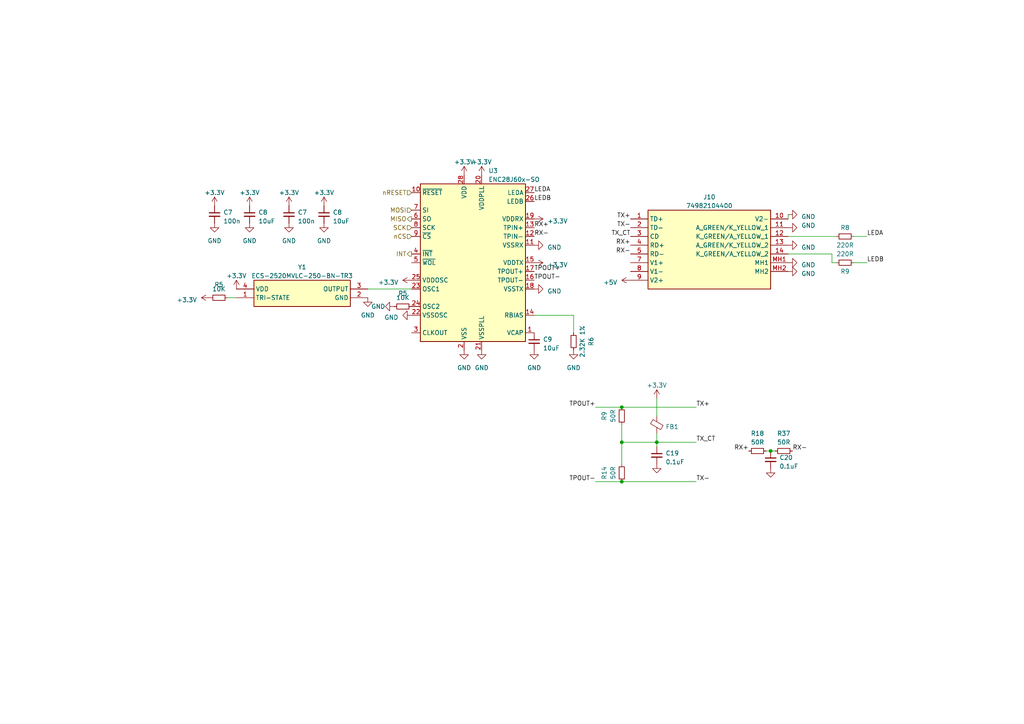
<source format=kicad_sch>
(kicad_sch (version 20230121) (generator eeschema)
  (paper "A4")
  (lib_symbols
    (symbol "Device:C_Small" (pin_numbers hide) (pin_names (offset 0.254) hide)
      (property "Reference" "C" (at 0.254 1.778 0))
      (property "Value" "C_Small" (at 0.254 -2.032 0))
      (symbol "C_Small_0_1"
        (polyline (pts (xy -1.524 -0.508) (xy 1.524 -0.508)) (stroke (width 0.3302)))
        (polyline (pts (xy -1.524 0.508) (xy 1.524 0.508)) (stroke (width 0.3048)))
      )
      (symbol "C_Small_1_1"
        (pin passive line (at 0 2.54 270) (length 2.032) (name "~") (number "1"))
        (pin passive line (at 0 -2.54 90) (length 2.032) (name "~") (number "2"))
      )
    )
    (symbol "Device:FerriteBead_Small" (pin_numbers hide) (pin_names (offset 0))
      (property "Reference" "FB" (at 1.905 1.27 0))
      (property "Value" "FerriteBead_Small" (at 1.905 -1.27 0))
      (symbol "FerriteBead_Small_0_1"
        (polyline (pts (xy 0 -1.27) (xy 0 -0.7874)))
        (polyline (pts (xy 0 0.889) (xy 0 1.2954)))
        (polyline (pts (xy -1.8288 0.2794) (xy -1.1176 1.4986) (xy 1.8288 -0.2032) (xy 1.1176 -1.4224) (xy -1.8288 0.2794)))
      )
      (symbol "FerriteBead_Small_1_1"
        (pin passive line (at 0 2.54 270) (length 1.27) (name "~") (number "1"))
        (pin passive line (at 0 -2.54 90) (length 1.27) (name "~") (number "2"))
      )
    )
    (symbol "Device:R_Small" (pin_numbers hide) (pin_names (offset 0.254) hide)
      (property "Reference" "R" (at 0.762 0.508 0))
      (property "Value" "R_Small" (at 0.762 -1.016 0))
      (symbol "R_Small_0_1"
        (rectangle (start -0.762 1.778) (end 0.762 -1.778) (stroke (width 0.2032)))
      )
      (symbol "R_Small_1_1"
        (pin passive line (at 0 2.54 270) (length 0.762) (name "~") (number "1"))
        (pin passive line (at 0 -2.54 90) (length 0.762) (name "~") (number "2"))
      )
    )
    (symbol "Interface_Ethernet:ENC28J60x-SO"
      (property "Reference" "U" (at -13.97 24.13 0))
      (property "Value" "ENC28J60x-SO" (at 5.08 24.13 0))
      (symbol "ENC28J60x-SO_0_1"
        (rectangle (start -15.24 22.86) (end 15.24 -22.86) (stroke (width 0.254)) (fill (type background)))
      )
      (symbol "ENC28J60x-SO_1_1"
        (pin input line (at 17.78 -20.32 180) (length 2.54) (name "VCAP") (number "1"))
        (pin input line (at -17.78 20.32 0) (length 2.54) (name "~{RESET}") (number "10"))
        (pin power_in line (at 17.78 5.08 180) (length 2.54) (name "VSSRX") (number "11"))
        (pin input line (at 17.78 7.62 180) (length 2.54) (name "TPIN-") (number "12"))
        (pin input line (at 17.78 10.16 180) (length 2.54) (name "TPIN+") (number "13"))
        (pin input line (at 17.78 -15.24 180) (length 2.54) (name "RBIAS") (number "14"))
        (pin power_in line (at 17.78 0 180) (length 2.54) (name "VDDTX") (number "15"))
        (pin output line (at 17.78 -5.08 180) (length 2.54) (name "TPOUT-") (number "16"))
        (pin output line (at 17.78 -2.54 180) (length 2.54) (name "TPOUT+") (number "17"))
        (pin power_in line (at 17.78 -7.62 180) (length 2.54) (name "VSSTX") (number "18"))
        (pin power_in line (at 17.78 12.7 180) (length 2.54) (name "VDDRX") (number "19"))
        (pin power_in line (at -2.54 -25.4 90) (length 2.54) (name "VSS") (number "2"))
        (pin power_in line (at 2.54 25.4 270) (length 2.54) (name "VDDPLL") (number "20"))
        (pin power_in line (at 2.54 -25.4 90) (length 2.54) (name "VSSPLL") (number "21"))
        (pin power_in line (at -17.78 -15.24 0) (length 2.54) (name "VSSOSC") (number "22"))
        (pin input line (at -17.78 -7.62 0) (length 2.54) (name "OSC1") (number "23"))
        (pin input line (at -17.78 -12.7 0) (length 2.54) (name "OSC2") (number "24"))
        (pin power_in line (at -17.78 -5.08 0) (length 2.54) (name "VDDOSC") (number "25"))
        (pin output line (at 17.78 17.78 180) (length 2.54) (name "LEDB") (number "26"))
        (pin output line (at 17.78 20.32 180) (length 2.54) (name "LEDA") (number "27"))
        (pin power_in line (at -2.54 25.4 270) (length 2.54) (name "VDD") (number "28"))
        (pin output line (at -17.78 -20.32 0) (length 2.54) (name "CLKOUT") (number "3"))
        (pin output line (at -17.78 2.54 0) (length 2.54) (name "~{INT}") (number "4"))
        (pin output line (at -17.78 0 0) (length 2.54) (name "~{WOL}") (number "5"))
        (pin output line (at -17.78 12.7 0) (length 2.54) (name "SO") (number "6"))
        (pin input line (at -17.78 15.24 0) (length 2.54) (name "SI") (number "7"))
        (pin input line (at -17.78 10.16 0) (length 2.54) (name "SCK") (number "8"))
        (pin input line (at -17.78 7.62 0) (length 2.54) (name "~{CS}") (number "9"))
      )
    )
    (symbol "SamacSys_Parts:74982104400"
      (property "Reference" "J" (at 41.91 7.62 0))
      (property "Value" "74982104400" (at 41.91 5.08 0))
      (symbol "74982104400_1_1"
        (rectangle (start 5.08 2.54) (end 40.64 -20.32) (stroke (width 0.254)) (fill (type background)))
        (pin passive line (at 0 0 0) (length 5.08) (name "TD+") (number "1"))
        (pin passive line (at 45.72 0 180) (length 5.08) (name "V2-") (number "10"))
        (pin passive line (at 45.72 -2.54 180) (length 5.08) (name "A_GREEN/K_YELLOW_1") (number "11"))
        (pin passive line (at 45.72 -5.08 180) (length 5.08) (name "K_GREEN/A_YELLOW_1") (number "12"))
        (pin passive line (at 45.72 -7.62 180) (length 5.08) (name "A_GREEN/K_YELLOW_2") (number "13"))
        (pin passive line (at 45.72 -10.16 180) (length 5.08) (name "K_GREEN/A_YELLOW_2") (number "14"))
        (pin passive line (at 0 -2.54 0) (length 5.08) (name "TD-") (number "2"))
        (pin passive line (at 0 -5.08 0) (length 5.08) (name "CD") (number "3"))
        (pin passive line (at 0 -7.62 0) (length 5.08) (name "RD+") (number "4"))
        (pin passive line (at 0 -10.16 0) (length 5.08) (name "RD-") (number "5"))
        (pin passive line (at 0 -12.7 0) (length 5.08) (name "V1+") (number "7"))
        (pin passive line (at 0 -15.24 0) (length 5.08) (name "V1-") (number "8"))
        (pin passive line (at 0 -17.78 0) (length 5.08) (name "V2+") (number "9"))
        (pin passive line (at 45.72 -12.7 180) (length 5.08) (name "MH1") (number "MH1"))
        (pin passive line (at 45.72 -15.24 180) (length 5.08) (name "MH2") (number "MH2"))
      )
    )
    (symbol "SamacSys_Parts:ECS-2520MVLC-250-BN-TR3"
      (property "Reference" "Y" (at 34.29 7.62 0))
      (property "Value" "ECS-2520MVLC-250-BN-TR3" (at 34.29 5.08 0))
      (symbol "ECS-2520MVLC-250-BN-TR3_1_1"
        (rectangle (start 5.08 2.54) (end 33.02 -5.08) (stroke (width 0.254)) (fill (type background)))
        (pin passive line (at 0 -2.54 0) (length 5.08) (name "TRI-STATE") (number "1"))
        (pin passive line (at 38.1 -2.54 180) (length 5.08) (name "GND") (number "2"))
        (pin passive line (at 38.1 0 180) (length 5.08) (name "OUTPUT") (number "3"))
        (pin passive line (at 0 0 0) (length 5.08) (name "VDD") (number "4"))
      )
    )
    (symbol "power:+3.3V" (power) (pin_names (offset 0))
      (property "Value" "+3.3V" (at 0 3.556 0))
      (symbol "+3.3V_0_1"
        (polyline (pts (xy -0.762 1.27) (xy 0 2.54)))
        (polyline (pts (xy 0 0) (xy 0 2.54)))
        (polyline (pts (xy 0 2.54) (xy 0.762 1.27)))
      )
      (symbol "+3.3V_1_1"
        (pin power_in line (at 0 0 90) (length 0) hide (name "+3.3V") (number "1"))
      )
    )
    (symbol "power:+5V" (power) (pin_names (offset 0))
      (property "Value" "+5V" (at 0 3.556 0))
      (symbol "+5V_0_1"
        (polyline (pts (xy -0.762 1.27) (xy 0 2.54)))
        (polyline (pts (xy 0 0) (xy 0 2.54)))
        (polyline (pts (xy 0 2.54) (xy 0.762 1.27)))
      )
      (symbol "+5V_1_1"
        (pin power_in line (at 0 0 90) (length 0) hide (name "+5V") (number "1"))
      )
    )
    (symbol "power:GND" (power) (pin_names (offset 0))
      (property "Value" "GND" (at 0 -3.81 0))
      (symbol "GND_0_1"
        (polyline (pts (xy 0 0) (xy 0 -1.27) (xy 1.27 -1.27) (xy 0 -2.54) (xy -1.27 -1.27) (xy 0 -1.27)))
      )
      (symbol "GND_1_1"
        (pin power_in line (at 0 0 270) (length 0) hide (name "GND") (number "1"))
      )
    )
  )
  (junction (at 180.34 139.7))
  (junction (at 180.34 128.27))
  (junction (at 223.52 130.81))
  (junction (at 190.5 128.27))
  (junction (at 180.34 118.11))
  (wire (pts (xy 228.6 62.23) (xy 228.6 63.5)))
  (wire (pts (xy 66.04 86.36) (xy 68.58 86.36)))
  (wire (pts (xy 180.34 128.27) (xy 190.5 128.27)))
  (wire (pts (xy 190.5 129.54) (xy 190.5 128.27)))
  (wire (pts (xy 222.25 130.81) (xy 223.52 130.81)))
  (wire (pts (xy 180.34 139.7) (xy 201.93 139.7)))
  (wire (pts (xy 166.37 91.44) (xy 154.94 91.44)))
  (wire (pts (xy 251.46 68.58) (xy 247.65 68.58)))
  (wire (pts (xy 241.3 76.2) (xy 241.3 73.66)))
  (wire (pts (xy 166.37 96.52) (xy 166.37 91.44)))
  (wire (pts (xy 190.5 128.27) (xy 201.93 128.27)))
  (wire (pts (xy 190.5 125.73) (xy 190.5 128.27)))
  (wire (pts (xy 251.46 76.2) (xy 247.65 76.2)))
  (wire (pts (xy 180.34 128.27) (xy 180.34 134.62)))
  (wire (pts (xy 242.57 68.58) (xy 228.6 68.58)))
  (wire (pts (xy 180.34 118.11) (xy 201.93 118.11)))
  (wire (pts (xy 180.34 123.19) (xy 180.34 128.27)))
  (wire (pts (xy 241.3 73.66) (xy 228.6 73.66)))
  (wire (pts (xy 223.52 130.81) (xy 224.79 130.81)))
  (wire (pts (xy 172.72 118.11) (xy 180.34 118.11)))
  (wire (pts (xy 172.72 139.7) (xy 180.34 139.7)))
  (wire (pts (xy 242.57 76.2) (xy 241.3 76.2)))
  (wire (pts (xy 190.5 115.57) (xy 190.5 120.65)))
  (wire (pts (xy 106.68 83.82) (xy 119.38 83.82)))
  (label "RX-" (at 154.94 68.58 0))
  (label "TPOUT+" (at 154.94 78.74 0))
  (label "TX-" (at 182.88 66.04 180))
  (label "RX+" (at 217.17 130.81 180))
  (label "RX-" (at 229.87 130.81 0))
  (label "TX+" (at 201.93 118.11 0))
  (label "TPOUT-" (at 154.94 81.28 0))
  (label "TX-" (at 201.93 139.7 0))
  (label "RX+" (at 182.88 71.12 180))
  (label "TPOUT-" (at 172.72 139.7 180))
  (label "LEDA" (at 154.94 55.88 0))
  (label "TPOUT+" (at 172.72 118.11 180))
  (label "RX+" (at 154.94 66.04 0))
  (label "LEDB" (at 154.94 58.42 0))
  (label "LEDB" (at 251.46 76.2 0))
  (label "TX_CT" (at 201.93 128.27 0))
  (label "TX_CT" (at 182.88 68.58 180))
  (label "TX+" (at 182.88 63.5 180))
  (label "RX-" (at 182.88 73.66 180))
  (label "LEDA" (at 251.46 68.58 0))
  (hierarchical_label "nCS" (shape input) (at 119.38 68.58 180))
  (hierarchical_label "MISO" (shape output) (at 119.38 63.5 180))
  (hierarchical_label "MOSI" (shape input) (at 119.38 60.96 180))
  (hierarchical_label "SCK" (shape input) (at 119.38 66.04 180))
  (hierarchical_label "nRESET" (shape input) (at 119.38 55.88 180))
  (hierarchical_label "INT" (shape output) (at 119.38 73.66 180))
  (symbol (lib_id "power:GND") (at 114.3 88.9 270) (unit 1)
    (property "Reference" "#PWR044" (effects hide))
    (property "Value" "GND" (at 111.76 88.9 90) (effects (justify right)))
    (instances (project "armatron_wheel_driver" (path "" (reference "#PWR044") (unit 1)) (path "" (reference "#PWR048") (unit 1))) (project "armatron_power_board" (path "" (reference "#PWR0117") (unit 1))))
  )
  (symbol (lib_id "Device:C_Small") (at 83.82 62.23 0) (unit 1)
    (property "Reference" "C7" (at 86.36 61.6013 0) (effects (justify left)))
    (property "Value" "100n" (at 86.36 64.1413 0) (effects (justify left)))
    (property "Footprint" "Capacitor_SMD:C_0805_2012Metric_Pad1.18x1.45mm_HandSolder" (effects hide))
    (instances (project "armatron_wheel_driver" (path "" (reference "C7") (unit 1)) (path "" (reference "C9") (unit 1))) (project "armatron_power_board" (path "" (reference "C18") (unit 1))))
  )
  (symbol (lib_id "power:+3.3V") (at 154.94 76.2 270) (unit 1)
    (property "Reference" "#PWR053" (effects hide))
    (property "Value" "+3.3V" (at 158.75 76.835 90) (effects (justify left)))
    (instances (project "armatron_wheel_driver" (path "" (reference "#PWR053") (unit 1)) (path "" (reference "#PWR057") (unit 1))) (project "armatron_power_board" (path "" (reference "#PWR074") (unit 1))))
  )
  (symbol (lib_id "power:+3.3V") (at 154.94 63.5 270) (unit 1)
    (property "Reference" "#PWR051" (effects hide))
    (property "Value" "+3.3V" (at 158.75 64.135 90) (effects (justify left)))
    (instances (project "armatron_wheel_driver" (path "" (reference "#PWR051") (unit 1)) (path "" (reference "#PWR055") (unit 1))) (project "armatron_power_board" (path "" (reference "#PWR073") (unit 1))))
  )
  (symbol (lib_id "power:GND") (at 62.23 64.77 0) (unit 1)
    (property "Reference" "#PWR040" (effects hide))
    (property "Value" "GND" (at 62.23 69.85 0))
    (instances (project "armatron_wheel_driver" (path "" (reference "#PWR040") (unit 1)) (path "" (reference "#PWR039") (unit 1))) (project "armatron_power_board" (path "" (reference "#PWR0127") (unit 1))))
  )
  (symbol (lib_id "Device:R_Small") (at 180.34 137.16 180) (unit 1)
    (property "Reference" "R14" (at 175.26 137.16 90))
    (property "Value" "50R" (at 177.8 137.16 90))
    (property "Footprint" "Resistor_SMD:R_0805_2012Metric_Pad1.20x1.40mm_HandSolder" (effects hide))
    (instances (project "armatron_wheel_driver" (path "" (reference "R14") (unit 1))) (project "armatron_power_board" (path "" (reference "R61") (unit 1))))
  )
  (symbol (lib_id "power:+3.3V") (at 72.39 59.69 0) (unit 1)
    (property "Reference" "#PWR041" (effects hide))
    (property "Value" "+3.3V" (at 72.39 55.88 0))
    (instances (project "armatron_wheel_driver" (path "" (reference "#PWR041") (unit 1)) (path "" (reference "#PWR041") (unit 1))) (project "armatron_power_board" (path "" (reference "#PWR0124") (unit 1))))
  )
  (symbol (lib_id "Device:R_Small") (at 180.34 120.65 180) (unit 1)
    (property "Reference" "R9" (at 175.26 120.65 90))
    (property "Value" "50R" (at 177.8 120.65 90))
    (property "Footprint" "Resistor_SMD:R_0805_2012Metric_Pad1.20x1.40mm_HandSolder" (effects hide))
    (instances (project "armatron_wheel_driver" (path "" (reference "R9") (unit 1))) (project "armatron_power_board" (path "" (reference "R36") (unit 1))))
  )
  (symbol (lib_id "power:GND") (at 93.98 64.77 0) (unit 1)
    (property "Reference" "#PWR042" (effects hide))
    (property "Value" "GND" (at 93.98 69.85 0))
    (instances (project "armatron_wheel_driver" (path "" (reference "#PWR042") (unit 1)) (path "" (reference "#PWR046") (unit 1))) (project "armatron_power_board" (path "" (reference "#PWR0125") (unit 1))))
  )
  (symbol (lib_id "power:GND") (at 106.68 86.36 0) (unit 1)
    (property "Reference" "#PWR043" (effects hide))
    (property "Value" "GND" (at 106.68 91.44 0))
    (instances (project "armatron_wheel_driver" (path "" (reference "#PWR043") (unit 1)) (path "" (reference "#PWR047") (unit 1))) (project "armatron_power_board" (path "" (reference "#PWR0115") (unit 1))))
  )
  (symbol (lib_id "Device:C_Small") (at 62.23 62.23 0) (unit 1)
    (property "Reference" "C7" (at 64.77 61.6013 0) (effects (justify left)))
    (property "Value" "100n" (at 64.77 64.1413 0) (effects (justify left)))
    (property "Footprint" "Capacitor_SMD:C_0805_2012Metric_Pad1.18x1.45mm_HandSolder" (effects hide))
    (instances (project "armatron_wheel_driver" (path "" (reference "C7") (unit 1)) (path "" (reference "C7") (unit 1))) (project "armatron_power_board" (path "" (reference "C18") (unit 1))))
  )
  (symbol (lib_id "power:GND") (at 119.38 91.44 270) (unit 1)
    (property "Reference" "#PWR046" (effects hide))
    (property "Value" "GND" (at 115.57 92.075 90) (effects (justify right)))
    (instances (project "armatron_wheel_driver" (path "" (reference "#PWR046") (unit 1)) (path "" (reference "#PWR050") (unit 1))) (project "armatron_power_board" (path "" (reference "#PWR0105") (unit 1))))
  )
  (symbol (lib_id "power:GND") (at 228.6 66.04 90) (mirror x) (unit 1)
    (property "Reference" "#PWR0131" (effects hide))
    (property "Value" "GND" (at 232.41 65.405 90) (effects (justify right)))
  )
  (symbol (lib_id "Device:R_Small") (at 116.84 88.9 90) (unit 1)
    (property "Reference" "R5" (at 116.84 85.09 90))
    (property "Value" "10K" (at 116.84 86.36 90))
    (property "Footprint" "Resistor_SMD:R_0805_2012Metric_Pad1.20x1.40mm_HandSolder" (effects hide))
    (instances (project "armatron_wheel_driver" (path "" (reference "R5") (unit 1)) (path "" (reference "R6") (unit 1))) (project "armatron_power_board" (path "" (reference "R69") (unit 1))))
  )
  (symbol (lib_id "power:+3.3V") (at 62.23 59.69 0) (unit 1)
    (property "Reference" "#PWR039" (effects hide))
    (property "Value" "+3.3V" (at 62.23 55.88 0))
    (instances (project "armatron_wheel_driver" (path "" (reference "#PWR039") (unit 1)) (path "" (reference "#PWR038") (unit 1))) (project "armatron_power_board" (path "" (reference "#PWR0126") (unit 1))))
  )
  (symbol (lib_id "power:GND") (at 228.6 78.74 90) (unit 1)
    (property "Reference" "#PWR0140" (effects hide))
    (property "Value" "GND" (at 232.41 79.375 90) (effects (justify right)))
  )
  (symbol (lib_id "SamacSys_Parts:74982104400") (at 182.88 63.5 0) (unit 1)
    (property "Reference" "J10" (at 205.74 57.15 0))
    (property "Value" "74982104400" (at 205.74 59.69 0))
    (property "Footprint" "74982104400" (effects hide))
    (property "Datasheet" "https://componentsearchengine.com/Datasheets/1/74982104400.pdf" (effects hide))
    (property "Height" "13.85" (effects hide))
    (property "Mouser Part Number" "710-74982104400" (effects hide))
    (property "Mouser Price/Stock" "https://www.mouser.co.uk/ProductDetail/Wurth-Elektronik/74982104400?qs=T3oQrply3y%2FKww6shEyKMg%3D%3D" (effects hide))
    (property "Manufacturer_Name" "Wurth Elektronik" (effects hide))
    (property "Manufacturer_Part_Number" "74982104400" (effects hide))
  )
  (symbol (lib_id "power:GND") (at 154.94 71.12 90) (unit 1)
    (property "Reference" "#PWR052" (effects hide))
    (property "Value" "GND" (at 158.75 71.755 90) (effects (justify right)))
    (instances (project "armatron_wheel_driver" (path "" (reference "#PWR052") (unit 1)) (path "" (reference "#PWR056") (unit 1))) (project "armatron_power_board" (path "" (reference "#PWR0110") (unit 1))))
  )
  (symbol (lib_id "power:+3.3V") (at 68.58 83.82 0) (unit 1)
    (property "Reference" "#PWR038" (effects hide))
    (property "Value" "+3.3V" (at 68.58 80.01 0))
    (instances (project "armatron_wheel_driver" (path "" (reference "#PWR038") (unit 1)) (path "" (reference "#PWR040") (unit 1))) (project "armatron_power_board" (path "" (reference "#PWR0116") (unit 1))))
  )
  (symbol (lib_id "power:GND") (at 83.82 64.77 0) (unit 1)
    (property "Reference" "#PWR040" (effects hide))
    (property "Value" "GND" (at 83.82 69.85 0))
    (instances (project "armatron_wheel_driver" (path "" (reference "#PWR040") (unit 1)) (path "" (reference "#PWR044") (unit 1))) (project "armatron_power_board" (path "" (reference "#PWR0127") (unit 1))))
  )
  (symbol (lib_id "power:GND") (at 190.5 134.62 0) (unit 1)
    (property "Reference" "#PWR0121" (effects hide))
    (property "Value" "GND" (effects hide))
    (instances (project "armatron_wheel_driver" (path "" (reference "#PWR0121") (unit 1))) (project "armatron_power_board" (path "" (reference "#PWR0107") (unit 1))))
  )
  (symbol (lib_id "Device:R_Small") (at 227.33 130.81 90) (unit 1)
    (property "Reference" "R37" (at 227.33 125.73 90))
    (property "Value" "50R" (at 227.33 128.27 90))
    (property "Footprint" "Resistor_SMD:R_0805_2012Metric_Pad1.20x1.40mm_HandSolder" (effects hide))
    (instances (project "armatron_wheel_driver" (path "" (reference "R37") (unit 1))) (project "armatron_power_board" (path "" (reference "R68") (unit 1))))
  )
  (symbol (lib_id "power:+3.3V") (at 190.5 115.57 0) (unit 1)
    (property "Reference" "#PWR051" (effects hide))
    (property "Value" "+3.3V" (at 190.5 111.76 0))
    (instances (project "armatron_wheel_driver" (path "" (reference "#PWR051") (unit 1)) (path "" (reference "#PWR084") (unit 1))) (project "armatron_power_board" (path "" (reference "#PWR073") (unit 1))))
  )
  (symbol (lib_id "Device:C_Small") (at 72.39 62.23 0) (unit 1)
    (property "Reference" "C8" (at 74.93 61.6013 0) (effects (justify left)))
    (property "Value" "10uF" (at 74.93 64.1413 0) (effects (justify left)))
    (property "Footprint" "Capacitor_SMD:C_0805_2012Metric_Pad1.18x1.45mm_HandSolder" (effects hide))
    (instances (project "armatron_wheel_driver" (path "" (reference "C8") (unit 1)) (path "" (reference "C8") (unit 1))) (project "armatron_power_board" (path "" (reference "C17") (unit 1))))
  )
  (symbol (lib_id "Device:C_Small") (at 190.5 132.08 0) (unit 1)
    (property "Reference" "C19" (at 193.04 131.4513 0) (effects (justify left)))
    (property "Value" "0.1uF" (at 193.04 133.9913 0) (effects (justify left)))
    (property "Footprint" "Capacitor_SMD:C_0805_2012Metric_Pad1.18x1.45mm_HandSolder" (effects hide))
    (instances (project "armatron_wheel_driver" (path "" (reference "C19") (unit 1))) (project "armatron_power_board" (path "" (reference "C14") (unit 1))))
  )
  (symbol (lib_id "power:+3.3V") (at 119.38 81.28 90) (unit 1)
    (property "Reference" "#PWR045" (effects hide))
    (property "Value" "+3.3V" (at 115.57 81.915 90) (effects (justify left)))
    (instances (project "armatron_wheel_driver" (path "" (reference "#PWR045") (unit 1)) (path "" (reference "#PWR049") (unit 1))) (project "armatron_power_board" (path "" (reference "#PWR082") (unit 1))))
  )
  (symbol (lib_id "Device:R_Small") (at 245.11 76.2 90) (unit 1)
    (property "Reference" "R9" (at 245.11 78.74 90))
    (property "Value" "220R" (at 245.11 73.66 90))
    (property "Footprint" "Resistor_SMD:R_0805_2012Metric_Pad1.20x1.40mm_HandSolder" (effects hide))
    (instances (project "armatron_wheel_driver" (path "" (reference "R9") (unit 1)) (path "" (reference "R15") (unit 1))) (project "armatron_power_board" (path "" (reference "R33") (unit 1))))
  )
  (symbol (lib_id "power:+3.3V") (at 60.96 86.36 90) (unit 1)
    (property "Reference" "#PWR039" (effects hide))
    (property "Value" "+3.3V" (at 57.15 86.995 90) (effects (justify left)))
    (instances (project "armatron_wheel_driver" (path "" (reference "#PWR039") (unit 1)) (path "" (reference "#PWR035") (unit 1))) (project "armatron_power_board" (path "" (reference "#PWR0126") (unit 1))))
  )
  (symbol (lib_id "power:GND") (at 228.6 76.2 90) (unit 1)
    (property "Reference" "#PWR0135" (effects hide))
    (property "Value" "GND" (at 232.41 76.835 90) (effects (justify right)))
  )
  (symbol (lib_id "power:+3.3V") (at 93.98 59.69 0) (unit 1)
    (property "Reference" "#PWR041" (effects hide))
    (property "Value" "+3.3V" (at 93.98 55.88 0))
    (instances (project "armatron_wheel_driver" (path "" (reference "#PWR041") (unit 1)) (path "" (reference "#PWR045") (unit 1))) (project "armatron_power_board" (path "" (reference "#PWR0124") (unit 1))))
  )
  (symbol (lib_id "power:+3.3V") (at 134.62 50.8 0) (unit 1)
    (property "Reference" "#PWR047" (effects hide))
    (property "Value" "+3.3V" (at 134.62 46.99 0))
    (instances (project "armatron_wheel_driver" (path "" (reference "#PWR047") (unit 1)) (path "" (reference "#PWR051") (unit 1))) (project "armatron_power_board" (path "" (reference "#PWR097") (unit 1))))
  )
  (symbol (lib_id "Device:R_Small") (at 245.11 68.58 90) (mirror x) (unit 1)
    (property "Reference" "R8" (at 245.11 66.04 90))
    (property "Value" "220R" (at 245.11 71.12 90))
    (property "Footprint" "Resistor_SMD:R_0805_2012Metric_Pad1.20x1.40mm_HandSolder" (effects hide))
    (instances (project "armatron_wheel_driver" (path "" (reference "R8") (unit 1)) (path "" (reference "R19") (unit 1))) (project "armatron_power_board" (path "" (reference "R25") (unit 1))))
  )
  (symbol (lib_id "power:GND") (at 154.94 83.82 90) (unit 1)
    (property "Reference" "#PWR054" (effects hide))
    (property "Value" "GND" (at 158.75 84.455 90) (effects (justify right)))
    (instances (project "armatron_wheel_driver" (path "" (reference "#PWR054") (unit 1)) (path "" (reference "#PWR058") (unit 1))) (project "armatron_power_board" (path "" (reference "#PWR0109") (unit 1))))
  )
  (symbol (lib_id "power:GND") (at 134.62 101.6 0) (unit 1)
    (property "Reference" "#PWR048" (effects hide))
    (property "Value" "GND" (at 134.62 106.68 0))
    (instances (project "armatron_wheel_driver" (path "" (reference "#PWR048") (unit 1)) (path "" (reference "#PWR052") (unit 1))) (project "armatron_power_board" (path "" (reference "#PWR0103") (unit 1))))
  )
  (symbol (lib_id "Device:C_Small") (at 93.98 62.23 0) (unit 1)
    (property "Reference" "C8" (at 96.52 61.6013 0) (effects (justify left)))
    (property "Value" "10uF" (at 96.52 64.1413 0) (effects (justify left)))
    (property "Footprint" "Capacitor_SMD:C_0805_2012Metric_Pad1.18x1.45mm_HandSolder" (effects hide))
    (instances (project "armatron_wheel_driver" (path "" (reference "C8") (unit 1)) (path "" (reference "C14") (unit 1))) (project "armatron_power_board" (path "" (reference "C17") (unit 1))))
  )
  (symbol (lib_id "power:GND") (at 72.39 64.77 0) (unit 1)
    (property "Reference" "#PWR042" (effects hide))
    (property "Value" "GND" (at 72.39 69.85 0))
    (instances (project "armatron_wheel_driver" (path "" (reference "#PWR042") (unit 1)) (path "" (reference "#PWR042") (unit 1))) (project "armatron_power_board" (path "" (reference "#PWR0125") (unit 1))))
  )
  (symbol (lib_id "Device:R_Small") (at 219.71 130.81 90) (unit 1)
    (property "Reference" "R18" (at 219.71 125.73 90))
    (property "Value" "50R" (at 219.71 128.27 90))
    (property "Footprint" "Resistor_SMD:R_0805_2012Metric_Pad1.20x1.40mm_HandSolder" (effects hide))
    (instances (project "armatron_wheel_driver" (path "" (reference "R18") (unit 1))) (project "armatron_power_board" (path "" (reference "R67") (unit 1))))
  )
  (symbol (lib_id "SamacSys_Parts:ECS-2520MVLC-250-BN-TR3") (at 68.58 83.82 0) (unit 1)
    (property "Reference" "Y1" (at 87.63 77.47 0))
    (property "Value" "ECS-2520MVLC-250-BN-TR3" (at 87.63 80.01 0))
    (property "Footprint" "SamacSys_Parts:ECS2520MVLC250BNTR3" (effects hide))
    (property "Datasheet" "https://ecsxtal.com/store/pdf/ECS-2520MVLC.pdf" (effects hide))
    (property "Height" "0.9" (effects hide))
    (property "Mouser Part Number" "520-2520MVLC250BNTR3" (effects hide))
    (property "Mouser Price/Stock" "https://www.mouser.co.uk/ProductDetail/ECS/ECS-2520MVLC-250-BN-TR3?qs=vvQtp7zwQdMXGJK%252BWBIi5A%3D%3D" (effects hide))
    (property "Manufacturer_Name" "ECS" (effects hide))
    (property "Manufacturer_Part_Number" "ECS-2520MVLC-250-BN-TR3" (effects hide))
    (instances (project "armatron_wheel_driver" (path "" (reference "Y1") (unit 1)) (path "" (reference "Y1") (unit 1))) (project "armatron_power_board" (path "" (reference "Y2") (unit 1))))
  )
  (symbol (lib_id "Device:C_Small") (at 223.52 133.35 0) (unit 1)
    (property "Reference" "C20" (at 226.06 132.7213 0) (effects (justify left)))
    (property "Value" "0.1uF" (at 226.06 135.2613 0) (effects (justify left)))
    (property "Footprint" "Capacitor_SMD:C_0805_2012Metric_Pad1.18x1.45mm_HandSolder" (effects hide))
    (instances (project "armatron_wheel_driver" (path "" (reference "C20") (unit 1))) (project "armatron_power_board" (path "" (reference "C14") (unit 1))))
  )
  (symbol (lib_id "power:GND") (at 228.6 71.12 90) (unit 1)
    (property "Reference" "#PWR0134" (effects hide))
    (property "Value" "GND" (at 232.41 71.755 90) (effects (justify right)))
  )
  (symbol (lib_id "Device:R_Small") (at 63.5 86.36 90) (unit 1)
    (property "Reference" "R5" (at 63.5 82.55 90))
    (property "Value" "10K" (at 63.5 83.82 90))
    (property "Footprint" "Resistor_SMD:R_0805_2012Metric_Pad1.20x1.40mm_HandSolder" (effects hide))
    (instances (project "armatron_wheel_driver" (path "" (reference "R5") (unit 1)) (path "" (reference "R5") (unit 1))) (project "armatron_power_board" (path "" (reference "R69") (unit 1))))
  )
  (symbol (lib_id "Interface_Ethernet:ENC28J60x-SO") (at 137.16 76.2 0) (unit 1)
    (property "Reference" "U3" (at 141.6559 49.53 0) (effects (justify left)))
    (property "Value" "ENC28J60x-SO" (at 141.6559 52.07 0) (effects (justify left)))
    (property "Footprint" "Package_SO:SOIC-28W_7.5x17.9mm_P1.27mm" (effects hide))
    (property "Datasheet" "http://ww1.microchip.com/downloads/en/devicedoc/39662e.pdf" (effects hide))
    (instances (project "armatron_wheel_driver" (path "" (reference "U3") (unit 1)) (path "" (reference "U3") (unit 1))) (project "armatron_power_board" (path "" (reference "U9") (unit 1))))
  )
  (symbol (lib_id "power:GND") (at 139.7 101.6 0) (unit 1)
    (property "Reference" "#PWR050" (effects hide))
    (property "Value" "GND" (at 139.7 106.68 0))
    (instances (project "armatron_wheel_driver" (path "" (reference "#PWR050") (unit 1)) (path "" (reference "#PWR054") (unit 1))) (project "armatron_power_board" (path "" (reference "#PWR0104") (unit 1))))
  )
  (symbol (lib_id "power:GND") (at 223.52 135.89 0) (unit 1)
    (property "Reference" "#PWR0137" (effects hide))
    (property "Value" "GND" (effects hide))
    (instances (project "armatron_wheel_driver" (path "" (reference "#PWR0137") (unit 1))) (project "armatron_power_board" (path "" (reference "#PWR0108") (unit 1))))
  )
  (symbol (lib_id "power:GND") (at 166.37 101.6 0) (unit 1)
    (property "Reference" "#PWR056" (effects hide))
    (property "Value" "GND" (at 166.37 106.68 0))
    (instances (project "armatron_wheel_driver" (path "" (reference "#PWR056") (unit 1)) (path "" (reference "#PWR078") (unit 1))) (project "armatron_power_board" (path "" (reference "#PWR099") (unit 1))))
  )
  (symbol (lib_id "power:+3.3V") (at 83.82 59.69 0) (unit 1)
    (property "Reference" "#PWR039" (effects hide))
    (property "Value" "+3.3V" (at 83.82 55.88 0))
    (instances (project "armatron_wheel_driver" (path "" (reference "#PWR039") (unit 1)) (path "" (reference "#PWR043") (unit 1))) (project "armatron_power_board" (path "" (reference "#PWR0126") (unit 1))))
  )
  (symbol (lib_id "power:GND") (at 228.6 62.23 90) (unit 1)
    (property "Reference" "#PWR0122" (effects hide))
    (property "Value" "GND" (at 232.41 62.865 90) (effects (justify right)))
  )
  (symbol (lib_id "Device:R_Small") (at 166.37 99.06 0) (unit 1)
    (property "Reference" "R6" (at 171.45 99.06 90))
    (property "Value" "2.32K 1%" (at 168.91 99.06 90))
    (property "Footprint" "Resistor_SMD:R_0805_2012Metric_Pad1.20x1.40mm_HandSolder" (effects hide))
    (instances (project "armatron_wheel_driver" (path "" (reference "R6") (unit 1)) (path "" (reference "R8") (unit 1))) (project "armatron_power_board" (path "" (reference "R24") (unit 1))))
  )
  (symbol (lib_id "power:GND") (at 154.94 101.6 0) (unit 1)
    (property "Reference" "#PWR055" (effects hide))
    (property "Value" "GND" (at 154.94 106.68 0))
    (instances (project "armatron_wheel_driver" (path "" (reference "#PWR055") (unit 1)) (path "" (reference "#PWR077") (unit 1))) (project "armatron_power_board" (path "" (reference "#PWR0102") (unit 1))))
  )
  (symbol (lib_id "power:+3.3V") (at 139.7 50.8 0) (unit 1)
    (property "Reference" "#PWR049" (effects hide))
    (property "Value" "+3.3V" (at 139.7 46.99 0))
    (instances (project "armatron_wheel_driver" (path "" (reference "#PWR049") (unit 1)) (path "" (reference "#PWR053") (unit 1))) (project "armatron_power_board" (path "" (reference "#PWR098") (unit 1))))
  )
  (symbol (lib_id "power:+5V") (at 182.88 81.28 90) (unit 1)
    (property "Reference" "#PWR036" (effects hide))
    (property "Value" "+5V" (at 179.07 81.915 90) (effects (justify left)))
    (instances (project "armatron_wheel_driver" (path "" (reference "#PWR036") (unit 1)) (path "" (reference "#PWR083") (unit 1))) (project "armatron_power_board" (path "" (reference "#PWR0129") (unit 1))))
  )
  (symbol (lib_id "Device:FerriteBead_Small") (at 190.5 123.19 0) (unit 1)
    (property "Reference" "FB1" (at 193.04 123.7869 0) (effects (justify left)))
    (property "Value" "FerriteBead_Small" (effects hide))
    (property "Footprint" "Inductor_SMD:L_0805_2012Metric_Pad1.05x1.20mm_HandSolder" (effects hide))
  )
  (symbol (lib_id "Device:C_Small") (at 154.94 99.06 0) (unit 1)
    (property "Reference" "C9" (at 157.48 98.4313 0) (effects (justify left)))
    (property "Value" "10uF" (at 157.48 100.9713 0) (effects (justify left)))
    (property "Footprint" "Capacitor_SMD:C_0805_2012Metric_Pad1.18x1.45mm_HandSolder" (effects hide))
    (instances (project "armatron_wheel_driver" (path "" (reference "C9") (unit 1)) (path "" (reference "C15") (unit 1))) (project "armatron_power_board" (path "" (reference "C12") (unit 1))))
  )
)
</source>
